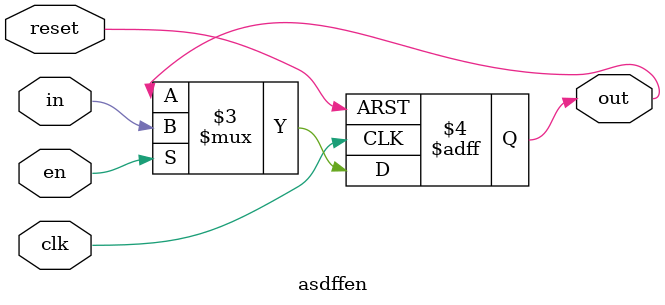
<source format=v>

module asdffen (out, in, en, clk, reset);
//synopsys template

  parameter width = 1, reset_value = 0;

  output [width-1:0] out;
  input  [width-1:0] in;
  input clk;
  input en;
  input reset;

  reg [width-1:0] out;

  always @ (posedge clk or negedge reset)
    begin
        if (!reset)
                out <= {width{reset_value}};
        else
                out <= en ? in : out;
    end
endmodule


</source>
